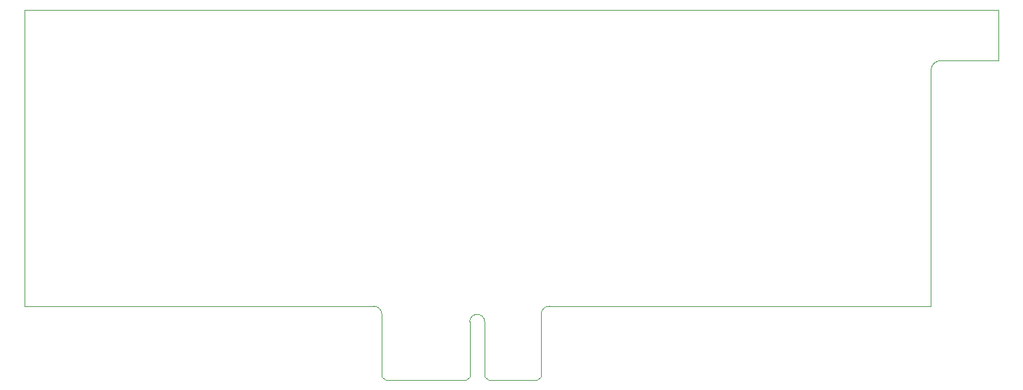
<source format=gbr>
G04 #@! TF.GenerationSoftware,KiCad,Pcbnew,(5.1.5)-3*
G04 #@! TF.CreationDate,2020-01-31T09:50:25-08:00*
G04 #@! TF.ProjectId,pin_driver,70696e5f-6472-4697-9665-722e6b696361,rev?*
G04 #@! TF.SameCoordinates,Original*
G04 #@! TF.FileFunction,Profile,NP*
%FSLAX46Y46*%
G04 Gerber Fmt 4.6, Leading zero omitted, Abs format (unit mm)*
G04 Created by KiCad (PCBNEW (5.1.5)-3) date 2020-01-31 09:50:25*
%MOMM*%
%LPD*%
G04 APERTURE LIST*
%ADD10C,0.100000*%
G04 APERTURE END LIST*
D10*
X117700000Y-156900000D02*
X166370000Y-156900000D01*
X117700000Y-156900000D02*
G75*
G03X116650000Y-157950000I0J-1050000D01*
G01*
X95300000Y-156900000D02*
X50800000Y-156900000D01*
X95300000Y-156900000D02*
G75*
G02X96350000Y-157950000I0J-1050000D01*
G01*
X166370000Y-126873000D02*
G75*
G02X167640000Y-125603000I1270000J0D01*
G01*
X175000000Y-125603000D02*
X167640000Y-125603000D01*
X175000000Y-119126000D02*
X175000000Y-125603000D01*
X166370000Y-119126000D02*
X175000000Y-119126000D01*
X50800000Y-119126000D02*
X166370000Y-119126000D01*
X50800000Y-156900000D02*
X50800000Y-119126000D01*
X166370000Y-126873000D02*
X166370000Y-156900000D01*
X107550000Y-158900000D02*
G75*
G02X109450000Y-158900000I950000J0D01*
G01*
X116650000Y-165850000D02*
X116150000Y-166350000D01*
X109450000Y-165850000D02*
X109950000Y-166350000D01*
X107550000Y-165850000D02*
X107050000Y-166350000D01*
X96350000Y-165850000D02*
X96850000Y-166350000D01*
X109950000Y-166350000D02*
X116150000Y-166350000D01*
X116650000Y-157950000D02*
X116650000Y-165850000D01*
X96850000Y-166350000D02*
X107050000Y-166350000D01*
X96350000Y-157950000D02*
X96350000Y-165850000D01*
X109450000Y-158900000D02*
X109450000Y-165850000D01*
X107550000Y-158900000D02*
X107550000Y-165850000D01*
M02*

</source>
